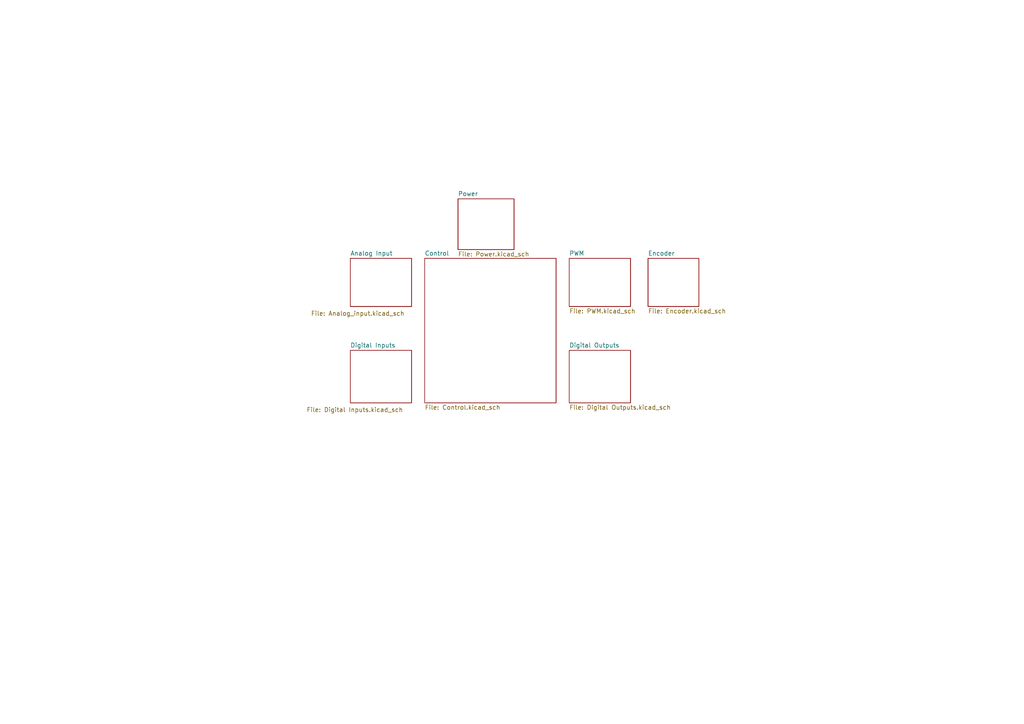
<source format=kicad_sch>
(kicad_sch (version 20230121) (generator eeschema)
  (paper "A4")
  (title_block (title "Open PLC Hardware") (date "2023-02-24") (company "OPA Foundation"))
  (lib_symbols)
  (sheet (at 187.96 74.93) (size 14.732 13.97) (stroke (width 0.1524))
    (property "Sheetname" "Encoder" (at 187.96 74.2184 0) (effects (justify left bottom)))
    (property "Sheetfile" "Encoder.kicad_sch" (at 187.96 89.4846 0) (effects (justify left top)))
  )
  (sheet (at 165.1 74.93) (size 17.78 13.97) (stroke (width 0.1524))
    (property "Sheetname" "PWM" (at 165.1 74.2184 0) (effects (justify left bottom)))
    (property "Sheetfile" "PWM.kicad_sch" (at 165.1 89.4846 0) (effects (justify left top)))
  )
  (sheet (at 101.6 74.93) (size 17.78 13.97) (stroke (width 0.1524))
    (property "Sheetname" "Analog Input" (at 101.6 74.2184 0) (effects (justify left bottom)))
    (property "Sheetfile" "Analog_input.kicad_sch" (at 90.17 90.17 0) (effects (justify left top)))
  )
  (sheet (at 123.19 74.93) (size 38.1 41.91) (stroke (width 0.1524))
    (property "Sheetname" "Control" (at 123.19 74.2184 0) (effects (justify left bottom)))
    (property "Sheetfile" "Control.kicad_sch" (at 123.19 117.4246 0) (effects (justify left top)))
  )
  (sheet (at 101.6 101.6) (size 17.78 15.24) (stroke (width 0.1524))
    (property "Sheetname" "Digital Inputs" (at 101.6 100.8884 0) (effects (justify left bottom)))
    (property "Sheetfile" "Digital Inputs.kicad_sch" (at 88.9 118.11 0) (effects (justify left top)))
  )
  (sheet (at 132.842 57.658) (size 16.256 14.732) (stroke (width 0.1524))
    (property "Sheetname" "Power" (at 132.842 56.9464 0) (effects (justify left bottom)))
    (property "Sheetfile" "Power.kicad_sch" (at 132.842 72.9746 0) (effects (justify left top)))
  )
  (sheet (at 165.1 101.6) (size 17.78 15.24) (stroke (width 0.1524))
    (property "Sheetname" "Digital Outputs" (at 165.1 100.8884 0) (effects (justify left bottom)))
    (property "Sheetfile" "Digital Outputs.kicad_sch" (at 165.1 117.4246 0) (effects (justify left top)))
  )
)
</source>
